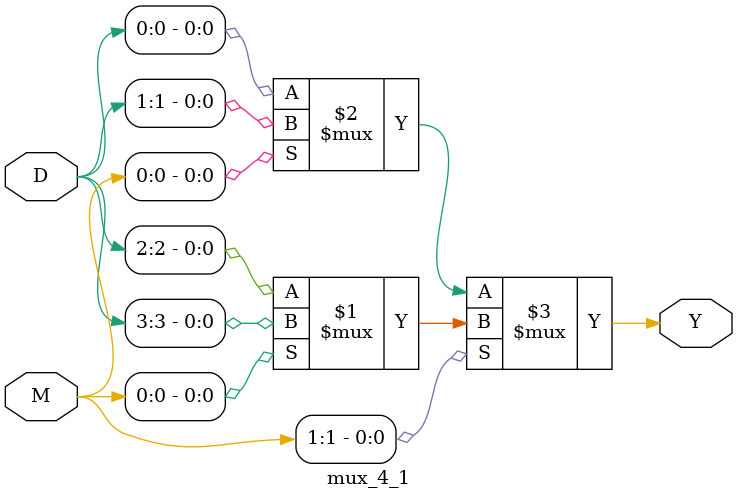
<source format=v>
`timescale 1ns / 100ps
/*************************************************************************** 
* File Name: mux_4_1.v
* Project: Universal Shift Register
* Designer: Steven Phan
* Rev.Date: Sept. 18, 2017
*
* Purpose: Module acts as a data selector wtih a 2-bit wide 
* 			  mode input to determine the 4- bit binary input 
* 			  of D.
*
* Notes
***************************************************************************/ 
module mux_4_1(D, M, Y);

// inputs 
input [3:0] D; // 4 bit wide input 
input [1:0] M; // 2 bit wide input

// outputs
output Y;

// boolean statement for deciding output from the data selector
// if the MSB of M is a "1" then the condition is true
//	Second boolean statement says if the LSB is true then its D[3]
// if MSB is true but LSB of M is false then its D[2]
// if MSB is false but LSB is true then D[1]
// if MSB is false and LSB is false then D[0]

assign Y = M[1]?(M[0]?D[3]:D[2]):(M[0]?D[1]:D[0]);


endmodule

</source>
